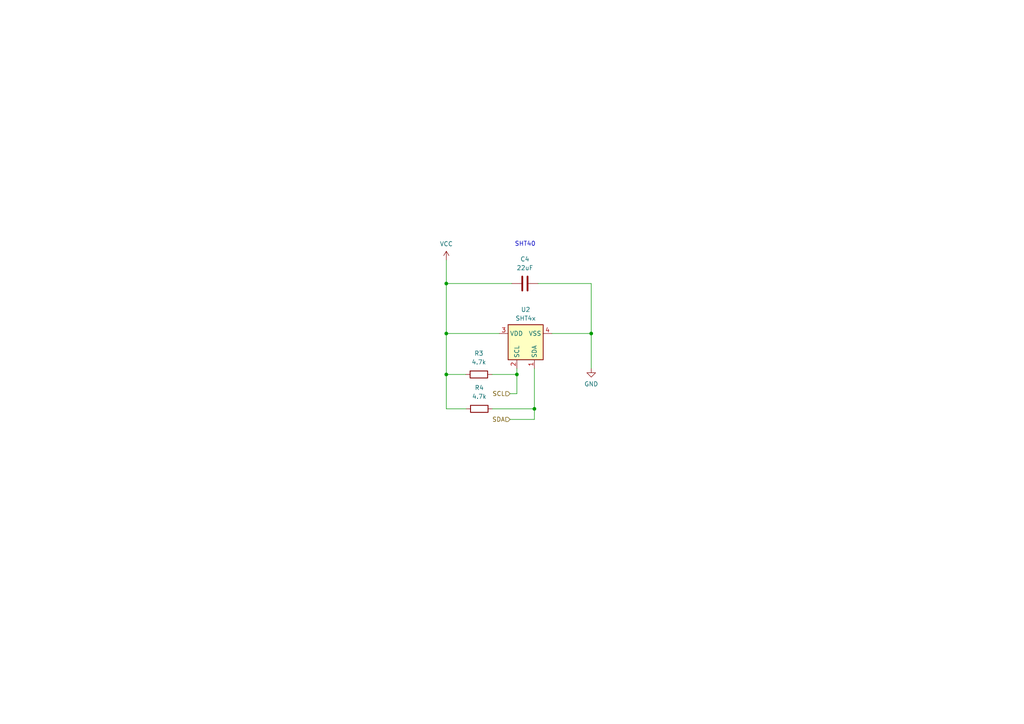
<source format=kicad_sch>
(kicad_sch (version 20231120) (generator "eeschema") (generator_version "8.0")
  (paper "A4")
  (title_block (title "PWX-Schematic_Repo") (date "2024-10-04") (rev "0") (company "Packetworx") (comment 1 "J.Javier"))
  (lib_symbols
    (symbol "Device:C" (pin_numbers hide) (pin_names (offset 0.254))
      (property "Reference" "C" (at 0.635 2.54 0))
      (property "Value" "C" (at 0.635 -2.54 0))
      (symbol "C_0_1"
        (polyline (pts (xy -2.032 -0.762) (xy 2.032 -0.762)) (stroke (width 0.508)))
        (polyline (pts (xy -2.032 0.762) (xy 2.032 0.762)) (stroke (width 0.508)))
      )
      (symbol "C_1_1"
        (pin passive line (at 0 3.81 270) (length 2.794) (name "~") (number "1"))
        (pin passive line (at 0 -3.81 90) (length 2.794) (name "~") (number "2"))
      )
    )
    (symbol "Device:R" (pin_numbers hide) (pin_names (offset 0))
      (property "Reference" "R" (at 2.032 0 90))
      (property "Value" "R" (at 0 0 90))
      (symbol "R_0_1"
        (rectangle (start -1.016 -2.54) (end 1.016 2.54) (stroke (width 0.254)))
      )
      (symbol "R_1_1"
        (pin passive line (at 0 3.81 270) (length 1.27) (name "~") (number "1"))
        (pin passive line (at 0 -3.81 90) (length 1.27) (name "~") (number "2"))
      )
    )
    (symbol "Sensor_Humidity:SHT4x"
      (property "Reference" "U" (at 0 8.89 0))
      (property "Value" "SHT4x" (at 0 6.35 0))
      (symbol "SHT4x_1_1"
        (rectangle (start -5.08 5.08) (end 5.08 -5.08) (stroke (width 0.254)) (fill (type background)))
        (pin bidirectional line (at -7.62 -2.54 0) (length 2.54) (name "SDA") (number "1"))
        (pin input line (at -7.62 2.54 0) (length 2.54) (name "SCL") (number "2"))
        (pin power_in line (at 2.54 7.62 270) (length 2.54) (name "VDD") (number "3"))
        (pin power_in line (at 2.54 -7.62 90) (length 2.54) (name "VSS") (number "4"))
      )
    )
    (symbol "power:GND" (power) (pin_numbers hide) (pin_names (offset 0) hide)
      (property "Value" "GND" (at 0 -3.81 0))
      (symbol "GND_0_1"
        (polyline (pts (xy 0 0) (xy 0 -1.27) (xy 1.27 -1.27) (xy 0 -2.54) (xy -1.27 -1.27) (xy 0 -1.27)))
      )
      (symbol "GND_1_1"
        (pin power_in line (at 0 0 270) (length 0) (name "~") (number "1"))
      )
    )
    (symbol "power:VCC" (power) (pin_numbers hide) (pin_names (offset 0) hide)
      (property "Value" "VCC" (at 0 3.556 0))
      (symbol "VCC_0_1"
        (polyline (pts (xy -0.762 1.27) (xy 0 2.54)))
        (polyline (pts (xy 0 0) (xy 0 2.54)))
        (polyline (pts (xy 0 2.54) (xy 0.762 1.27)))
      )
      (symbol "VCC_1_1"
        (pin power_in line (at 0 0 90) (length 0) (name "~") (number "1"))
      )
    )
  )
  (junction (at 129.4517 82.235))
  (junction (at 129.4517 108.6115))
  (junction (at 171.4793 96.7305))
  (junction (at 149.9171 108.6115))
  (junction (at 154.9971 118.5821))
  (junction (at 129.4517 96.7305))
  (wire (pts (xy 160.0771 96.7305) (xy 171.4793 96.7305)))
  (wire (pts (xy 171.4793 82.235) (xy 171.4793 96.7305)))
  (wire (pts (xy 149.9171 114.1878) (xy 149.9171 108.6115)))
  (wire (pts (xy 129.4517 108.6115) (xy 135.0849 108.6115)))
  (wire (pts (xy 147.9509 121.6498) (xy 154.9971 121.6498)))
  (wire (pts (xy 156.0561 82.235) (xy 171.4793 82.235)))
  (wire (pts (xy 129.4517 82.235) (xy 129.4517 96.7305)))
  (wire (pts (xy 129.4517 75.4041) (xy 129.4517 82.235)))
  (wire (pts (xy 135.2039 118.5821) (xy 129.4517 118.5821)))
  (wire (pts (xy 149.9171 108.6115) (xy 149.9171 106.8905)))
  (wire (pts (xy 142.7049 108.6115) (xy 149.9171 108.6115)))
  (wire (pts (xy 171.4793 96.7305) (xy 171.4793 106.8341)))
  (wire (pts (xy 154.9971 121.6498) (xy 154.9971 118.5821)))
  (wire (pts (xy 129.4517 96.7305) (xy 129.4517 108.6115)))
  (wire (pts (xy 142.8239 118.5821) (xy 154.9971 118.5821)))
  (wire (pts (xy 148.4361 82.235) (xy 129.4517 82.235)))
  (wire (pts (xy 147.9562 114.1878) (xy 149.9171 114.1878)))
  (wire (pts (xy 129.4517 96.7305) (xy 144.8371 96.7305)))
  (wire (pts (xy 154.9971 118.5821) (xy 154.9971 106.8905)))
  (wire (pts (xy 129.4517 108.6115) (xy 129.4517 118.5821)))
  (text "SHT40" (at 152.3199 70.8694 0) (effects (font (size 1.27 1.27))))
  (hierarchical_label "SCL" (shape input) (at 147.9562 114.1878 180))
  (hierarchical_label "SDA" (shape input) (at 147.9509 121.6498 180))
  (symbol (lib_id "Device:R") (at 139.0139 118.5821 90) (unit 1)
    (property "Reference" "R4" (at 139.0139 112.4632 90))
    (property "Value" "4.7k" (at 139.0139 115.0032 90))
    (property "Description" "Resistor" (effects (hide yes)))
  )
  (symbol (lib_id "power:VCC") (at 129.4517 75.4041 0) (unit 1)
    (property "Reference" "#PWR022" (effects (hide yes)))
    (property "Value" "VCC" (at 129.4517 70.7426 0))
    (property "Description" "Power symbol creates a global label with name \"VCC\"" (effects (hide yes)))
  )
  (symbol (lib_id "power:GND") (at 171.4793 106.8341 0) (unit 1)
    (property "Reference" "#PWR020" (effects (hide yes)))
    (property "Value" "GND" (at 171.4793 111.3826 0))
    (property "Description" "Power symbol creates a global label with name \"GND\" , ground" (effects (hide yes)))
  )
  (symbol (lib_id "Sensor_Humidity:SHT4x") (at 152.4571 99.2705 90) (unit 1)
    (property "Reference" "U2" (at 152.4571 89.7926 90))
    (property "Value" "SHT4x" (at 152.4571 92.3326 90))
    (property "Footprint" "Sensor_Humidity:Sensirion_DFN-4_1.5x1.5mm_P0.8mm_SHT4x_NoCentralPad" (effects (hide yes)))
    (property "Datasheet" "https://sensirion.com/media/documents/33FD6951/624C4357/Datasheet_SHT4x.pdf" (effects (hide yes)))
    (property "Description" "Digital Humidity and Temperature Sensor, +/-1%RH, +/-0.1degC, I2C, 1.08-3.6V, 16bit, DFN-4" (effects (hide yes)))
  )
  (symbol (lib_id "Device:R") (at 138.8949 108.6115 90) (unit 1)
    (property "Reference" "R3" (at 138.8949 102.4926 90))
    (property "Value" "4.7k" (at 138.8949 105.0326 90))
    (property "Description" "Resistor" (effects (hide yes)))
  )
  (symbol (lib_id "Device:C") (at 152.2461 82.235 270) (unit 1)
    (property "Reference" "C4" (at 152.2461 75.1598 90))
    (property "Value" "22uF" (at 152.2461 77.6998 90))
    (property "Footprint" "Capacitor_SMD:C_0603_1608Metric_Pad1.08x0.95mm_HandSolder" (effects (hide yes)))
    (property "Datasheet" "https://search.murata.co.jp/Ceramy/image/img/A01X/G101/ENG/GRM188R60J226MEA0-01.pdf" (effects (hide yes)))
    (property "Description" "CAP CER 22UF 6.3V X5R 0603" (effects (hide yes)))
    (property "LCSC" "C602037" (effects (hide yes)))
    (property "Manufacturer Part Number" "GRM188R60J226MEA0J" (effects (hide yes)))
  )
)
</source>
